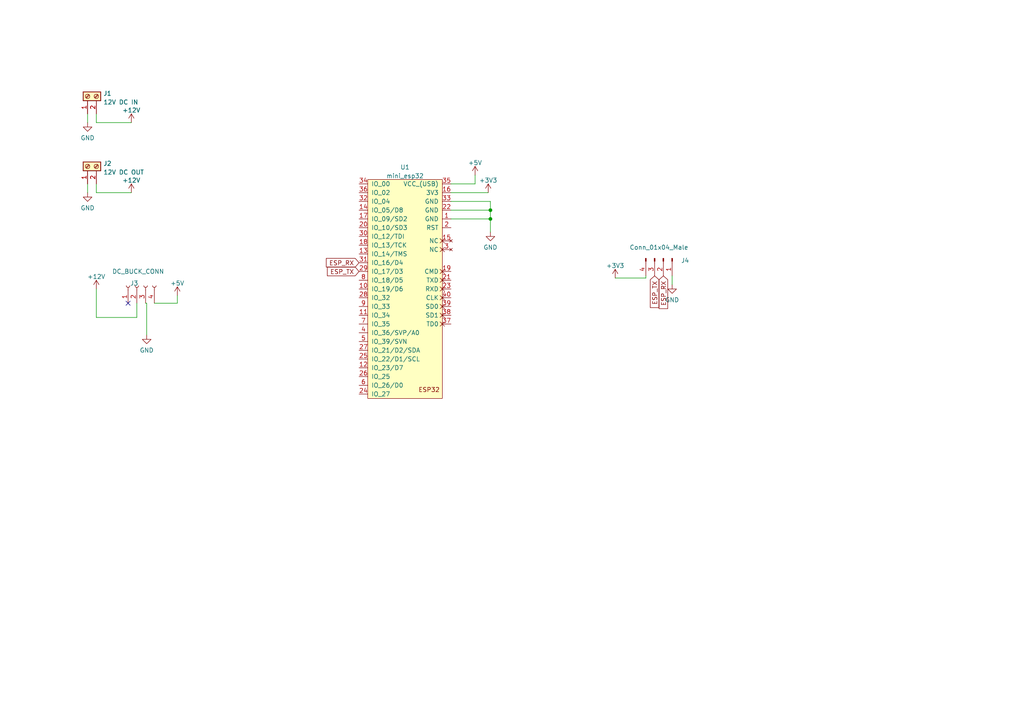
<source format=kicad_sch>
(kicad_sch (version 20211123) (generator eeschema)
  (paper "A4")
  (lib_symbols
    (symbol "Connector:Conn_01x04_Female" (pin_names (offset 1.016) hide)
      (property "Reference" "J" (at 0 5.08 0))
      (property "Value" "Conn_01x04_Female" (at 0 -7.62 0))
      (symbol "Conn_01x04_Female_1_1"
        (arc (start 0 -4.572) (mid -0.508 -5.08) (end 0 -5.588) (stroke (width 0.1524)))
        (arc (start 0 -2.032) (mid -0.508 -2.54) (end 0 -3.048) (stroke (width 0.1524)))
        (polyline (pts (xy -1.27 -5.08) (xy -0.508 -5.08)) (stroke (width 0.1524)))
        (polyline (pts (xy -1.27 -2.54) (xy -0.508 -2.54)) (stroke (width 0.1524)))
        (polyline (pts (xy -1.27 0) (xy -0.508 0)) (stroke (width 0.1524)))
        (polyline (pts (xy -1.27 2.54) (xy -0.508 2.54)) (stroke (width 0.1524)))
        (arc (start 0 0.508) (mid -0.508 0) (end 0 -0.508) (stroke (width 0.1524)))
        (arc (start 0 3.048) (mid -0.508 2.54) (end 0 2.032) (stroke (width 0.1524)))
        (pin passive line (at -5.08 2.54 0) (length 3.81) (name "Pin_1") (number "1"))
        (pin passive line (at -5.08 0 0) (length 3.81) (name "Pin_2") (number "2"))
        (pin passive line (at -5.08 -2.54 0) (length 3.81) (name "Pin_3") (number "3"))
        (pin passive line (at -5.08 -5.08 0) (length 3.81) (name "Pin_4") (number "4"))
      )
    )
    (symbol "Connector:Conn_01x04_Male" (pin_names (offset 1.016) hide)
      (property "Reference" "J" (at 0 5.08 0))
      (property "Value" "Conn_01x04_Male" (at 0 -7.62 0))
      (symbol "Conn_01x04_Male_1_1"
        (polyline (pts (xy 1.27 -5.08) (xy 0.8636 -5.08)) (stroke (width 0.1524)))
        (polyline (pts (xy 1.27 -2.54) (xy 0.8636 -2.54)) (stroke (width 0.1524)))
        (polyline (pts (xy 1.27 0) (xy 0.8636 0)) (stroke (width 0.1524)))
        (polyline (pts (xy 1.27 2.54) (xy 0.8636 2.54)) (stroke (width 0.1524)))
        (rectangle (start 0.8636 -4.953) (end 0 -5.207) (stroke (width 0.1524)) (fill (type outline)))
        (rectangle (start 0.8636 -2.413) (end 0 -2.667) (stroke (width 0.1524)) (fill (type outline)))
        (rectangle (start 0.8636 0.127) (end 0 -0.127) (stroke (width 0.1524)) (fill (type outline)))
        (rectangle (start 0.8636 2.667) (end 0 2.413) (stroke (width 0.1524)) (fill (type outline)))
        (pin passive line (at 5.08 2.54 180) (length 3.81) (name "Pin_1") (number "1"))
        (pin passive line (at 5.08 0 180) (length 3.81) (name "Pin_2") (number "2"))
        (pin passive line (at 5.08 -2.54 180) (length 3.81) (name "Pin_3") (number "3"))
        (pin passive line (at 5.08 -5.08 180) (length 3.81) (name "Pin_4") (number "4"))
      )
    )
    (symbol "Connector:Screw_Terminal_01x02" (pin_names (offset 1.016) hide)
      (property "Reference" "J" (at 0 2.54 0))
      (property "Value" "Screw_Terminal_01x02" (at 0 -5.08 0))
      (symbol "Screw_Terminal_01x02_1_1"
        (rectangle (start -1.27 1.27) (end 1.27 -3.81) (stroke (width 0.254)) (fill (type background)))
        (circle (center 0 -2.54) (radius 0.635) (stroke (width 0.1524)))
        (polyline (pts (xy -0.5334 -2.2098) (xy 0.3302 -3.048)) (stroke (width 0.1524)))
        (polyline (pts (xy -0.5334 0.3302) (xy 0.3302 -0.508)) (stroke (width 0.1524)))
        (polyline (pts (xy -0.3556 -2.032) (xy 0.508 -2.8702)) (stroke (width 0.1524)))
        (polyline (pts (xy -0.3556 0.508) (xy 0.508 -0.3302)) (stroke (width 0.1524)))
        (circle (center 0 0) (radius 0.635) (stroke (width 0.1524)))
        (pin passive line (at -5.08 0 0) (length 3.81) (name "Pin_1") (number "1"))
        (pin passive line (at -5.08 -2.54 0) (length 3.81) (name "Pin_2") (number "2"))
      )
    )
    (symbol "ESP32_mini:mini_esp32" (pin_names (offset 1.016))
      (property "Reference" "U" (at -7.62 -50.8 0))
      (property "Value" "mini_esp32" (at 5.08 -59.69 0))
      (symbol "mini_esp32_0_0"
        (text "ESP32" (at 7.62 -62.23 0) (effects (font (size 1.27 1.27))))
        (pin power_in line (at 13.97 -12.7 180) (length 2.54) (name "GND") (number "1"))
        (pin input line (at 13.97 -15.24 180) (length 2.54) (name "RST") (number "2"))
        (pin no_connect non_logic (at 13.97 -21.59 180) (length 2.54) (name "NC") (number "3"))
        (pin bidirectional line (at -12.7 -45.72 0) (length 2.54) (name "IO_36/SVP/A0") (number "4"))
        (pin bidirectional line (at -12.7 -48.26 0) (length 2.54) (name "IO_39/SVN") (number "5"))
      )
      (symbol "mini_esp32_0_1"
        (rectangle (start -10.16 -1.27) (end 11.43 -64.77) (fill (type background)))
      )
      (symbol "mini_esp32_1_1"
        (pin bidirectional line (at -12.7 -33.02 0) (length 2.54) (name "IO_19/D6") (number "10"))
        (pin bidirectional line (at -12.7 -40.64 0) (length 2.54) (name "IO_34") (number "11"))
        (pin bidirectional line (at -12.7 -55.88 0) (length 2.54) (name "IO_23/D7") (number "12"))
        (pin bidirectional line (at -12.7 -22.86 0) (length 2.54) (name "IO_14/TMS") (number "13"))
        (pin bidirectional line (at -12.7 -10.16 0) (length 2.54) (name "IO_05/D8") (number "14"))
        (pin no_connect non_logic (at 13.97 -19.05 180) (length 2.54) (name "NC") (number "15"))
        (pin power_in line (at 13.97 -5.08 180) (length 2.54) (name "3V3") (number "16"))
        (pin bidirectional line (at -12.7 -12.7 0) (length 2.54) (name "IO_09/SD2") (number "17"))
        (pin bidirectional line (at -12.7 -20.32 0) (length 2.54) (name "IO_13/TCK") (number "18"))
        (pin passive non_logic (at 13.97 -27.94 180) (length 2.54) (name "CMD") (number "19"))
        (pin bidirectional line (at -12.7 -15.24 0) (length 2.54) (name "IO_10/SD3") (number "20"))
        (pin passive non_logic (at 13.97 -30.48 180) (length 2.54) (name "TXD") (number "21"))
        (pin power_in line (at 13.97 -10.16 180) (length 2.54) (name "GND") (number "22"))
        (pin passive non_logic (at 13.97 -33.02 180) (length 2.54) (name "RXD") (number "23"))
        (pin bidirectional line (at -12.7 -63.5 0) (length 2.54) (name "IO_27") (number "24"))
        (pin bidirectional line (at -12.7 -53.34 0) (length 2.54) (name "IO_22/D1/SCL") (number "25"))
        (pin bidirectional line (at -12.7 -58.42 0) (length 2.54) (name "IO_25") (number "26"))
        (pin bidirectional line (at -12.7 -50.8 0) (length 2.54) (name "IO_21/D2/SDA") (number "27"))
        (pin bidirectional line (at -12.7 -35.56 0) (length 2.54) (name "IO_32") (number "28"))
        (pin bidirectional line (at -12.7 -27.94 0) (length 2.54) (name "IO_17/D3") (number "29"))
        (pin bidirectional line (at -12.7 -17.78 0) (length 2.54) (name "IO_12/TDI") (number "30"))
        (pin bidirectional line (at -12.7 -25.4 0) (length 2.54) (name "IO_16/D4") (number "31"))
        (pin bidirectional line (at -12.7 -7.62 0) (length 2.54) (name "IO_04") (number "32"))
        (pin power_in line (at 13.97 -7.62 180) (length 2.54) (name "GND") (number "33"))
        (pin bidirectional line (at -12.7 -2.54 0) (length 2.54) (name "IO_00") (number "34"))
        (pin power_in line (at 13.97 -2.54 180) (length 2.54) (name "VCC_(USB)") (number "35"))
        (pin bidirectional line (at -12.7 -5.08 0) (length 2.54) (name "IO_02") (number "36"))
        (pin passive non_logic (at 13.97 -43.18 180) (length 2.54) (name "TD0") (number "37"))
        (pin passive non_logic (at 13.97 -40.64 180) (length 2.54) (name "SD1") (number "38"))
        (pin passive non_logic (at 13.97 -38.1 180) (length 2.54) (name "SD0") (number "39"))
        (pin passive non_logic (at 13.97 -35.56 180) (length 2.54) (name "CLK") (number "40"))
        (pin bidirectional line (at -12.7 -60.96 0) (length 2.54) (name "IO_26/D0") (number "6"))
        (pin bidirectional line (at -12.7 -43.18 0) (length 2.54) (name "IO_35") (number "7"))
        (pin bidirectional line (at -12.7 -30.48 0) (length 2.54) (name "IO_18/D5") (number "8"))
        (pin bidirectional line (at -12.7 -38.1 0) (length 2.54) (name "IO_33") (number "9"))
      )
    )
    (symbol "power:+12V" (power) (pin_names (offset 0))
      (property "Value" "+12V" (at 0 3.556 0))
      (symbol "+12V_0_1"
        (polyline (pts (xy -0.762 1.27) (xy 0 2.54)))
        (polyline (pts (xy 0 0) (xy 0 2.54)))
        (polyline (pts (xy 0 2.54) (xy 0.762 1.27)))
      )
      (symbol "+12V_1_1"
        (pin power_in line (at 0 0 90) (length 0) hide (name "+12V") (number "1"))
      )
    )
    (symbol "power:+3.3V" (power) (pin_names (offset 0))
      (property "Value" "+3.3V" (at 0 3.556 0))
      (symbol "+3.3V_0_1"
        (polyline (pts (xy -0.762 1.27) (xy 0 2.54)))
        (polyline (pts (xy 0 0) (xy 0 2.54)))
        (polyline (pts (xy 0 2.54) (xy 0.762 1.27)))
      )
      (symbol "+3.3V_1_1"
        (pin power_in line (at 0 0 90) (length 0) hide (name "+3V3") (number "1"))
      )
    )
    (symbol "power:+5V" (power) (pin_names (offset 0))
      (property "Value" "+5V" (at 0 3.556 0))
      (symbol "+5V_0_1"
        (polyline (pts (xy -0.762 1.27) (xy 0 2.54)))
        (polyline (pts (xy 0 0) (xy 0 2.54)))
        (polyline (pts (xy 0 2.54) (xy 0.762 1.27)))
      )
      (symbol "+5V_1_1"
        (pin power_in line (at 0 0 90) (length 0) hide (name "+5V") (number "1"))
      )
    )
    (symbol "power:GND" (power) (pin_names (offset 0))
      (property "Value" "GND" (at 0 -3.81 0))
      (symbol "GND_0_1"
        (polyline (pts (xy 0 0) (xy 0 -1.27) (xy 1.27 -1.27) (xy 0 -2.54) (xy -1.27 -1.27) (xy 0 -1.27)))
      )
      (symbol "GND_1_1"
        (pin power_in line (at 0 0 270) (length 0) hide (name "GND") (number "1"))
      )
    )
  )
  (junction (at 142.24 63.5))
  (junction (at 142.24 60.96))
  (no_connect (at 37.1475 87.9475))
  (wire (pts (xy 130.81 53.34) (xy 137.795 53.34)))
  (wire (pts (xy 142.24 58.42) (xy 142.24 60.96)))
  (wire (pts (xy 142.24 60.96) (xy 142.24 63.5)))
  (wire (pts (xy 130.81 55.88) (xy 141.605 55.88)))
  (wire (pts (xy 27.94 35.56) (xy 38.1 35.56)))
  (wire (pts (xy 25.4 33.02) (xy 25.4 35.56)))
  (wire (pts (xy 137.795 53.34) (xy 137.795 50.8)))
  (wire (pts (xy 130.81 63.5) (xy 142.24 63.5)))
  (wire (pts (xy 25.4 53.34) (xy 25.4 55.88)))
  (wire (pts (xy 142.24 63.5) (xy 142.24 67.31)))
  (wire (pts (xy 44.7675 87.9475) (xy 51.435 87.9475)))
  (wire (pts (xy 130.81 58.42) (xy 142.24 58.42)))
  (wire (pts (xy 130.81 60.96) (xy 142.24 60.96)))
  (wire (pts (xy 51.435 87.9475) (xy 51.435 85.725)))
  (wire (pts (xy 187.325 80.645) (xy 187.325 80.01)))
  (wire (pts (xy 42.545 87.9475) (xy 42.2275 87.9475)))
  (wire (pts (xy 27.94 92.075) (xy 39.6875 92.075)))
  (wire (pts (xy 27.94 33.02) (xy 27.94 35.56)))
  (wire (pts (xy 27.94 53.34) (xy 27.94 55.88)))
  (wire (pts (xy 178.435 80.645) (xy 187.325 80.645)))
  (wire (pts (xy 194.945 80.01) (xy 194.945 82.55)))
  (wire (pts (xy 39.6875 92.075) (xy 39.6875 87.9475)))
  (wire (pts (xy 27.94 55.88) (xy 38.1 55.88)))
  (wire (pts (xy 42.545 97.155) (xy 42.545 87.9475)))
  (wire (pts (xy 27.94 83.82) (xy 27.94 92.075)))
  (global_label "ESP_RX" (shape input) (at 104.14 76.2 180) (property "Intersheet References" "${INTERSHEET_REFS}" (effects hide)))
  (global_label "ESP_RX" (shape input) (at 192.405 80.01 270) (property "Intersheet References" "${INTERSHEET_REFS}" (effects hide)))
  (global_label "ESP_TX" (shape input) (at 104.14 78.74 180) (property "Intersheet References" "${INTERSHEET_REFS}" (effects hide)))
  (global_label "ESP_TX" (shape input) (at 189.865 80.01 270) (property "Intersheet References" "${INTERSHEET_REFS}" (effects hide)))
  (symbol (lib_id "ESP32_mini:mini_esp32") (at 116.84 50.8 0) (unit 1)
    (property "Reference" "U1" (at 117.475 48.4972 0))
    (property "Value" "mini_esp32" (at 117.475 51.0341 0))
    (property "Footprint" "ESP32_mini:ESP32_mini" (effects hide))
  )
  (symbol (lib_id "Connector:Conn_01x04_Female") (at 39.6875 82.8675 90) (unit 1)
    (property "Reference" "J3" (at 40.1228 82.1563 90) (effects (justify left)))
    (property "Value" "DC_BUCK_CONN" (at 47.625 78.74 90) (effects (justify left)))
    (property "Footprint" "Connector_PinSocket_2.54mm:PinSocket_1x04_P2.54mm_Vertical" (effects hide))
  )
  (symbol (lib_id "power:GND") (at 42.545 97.155 0) (unit 1)
    (property "Reference" "#PWR0107" (effects hide))
    (property "Value" "GND" (at 42.545 101.5984 0))
  )
  (symbol (lib_id "power:+12V") (at 38.1 35.56 0) (unit 1)
    (property "Reference" "#PWR0105" (effects hide))
    (property "Value" "+12V" (at 38.1 31.9842 0))
  )
  (symbol (lib_id "power:GND") (at 25.4 55.88 0) (unit 1)
    (property "Reference" "#PWR0101" (effects hide))
    (property "Value" "GND" (at 25.4 60.3234 0))
  )
  (symbol (lib_id "Connector:Screw_Terminal_01x02") (at 25.4 48.26 90) (unit 1)
    (property "Reference" "J2" (at 29.972 47.4253 90) (effects (justify right)))
    (property "Value" "12V DC OUT" (at 29.972 49.9622 90) (effects (justify right)))
    (property "Footprint" "TerminalBlock:TerminalBlock_bornier-2_P5.08mm" (effects hide))
  )
  (symbol (lib_id "power:GND") (at 142.24 67.31 0) (unit 1)
    (property "Reference" "#PWR0110" (effects hide))
    (property "Value" "GND" (at 142.24 71.7534 0))
  )
  (symbol (lib_id "power:+12V") (at 38.1 55.88 0) (unit 1)
    (property "Reference" "#PWR0103" (effects hide))
    (property "Value" "+12V" (at 38.1 52.3042 0))
  )
  (symbol (lib_id "power:+12V") (at 27.94 83.82 0) (unit 1)
    (property "Reference" "#PWR0102" (effects hide))
    (property "Value" "+12V" (at 27.94 80.2442 0))
  )
  (symbol (lib_id "power:+3.3V") (at 141.605 55.88 0) (unit 1)
    (property "Reference" "#PWR0109" (effects hide))
    (property "Value" "+3.3V" (at 141.605 52.3042 0))
  )
  (symbol (lib_id "power:+5V") (at 51.435 85.725 0) (unit 1)
    (property "Reference" "#PWR0106" (effects hide))
    (property "Value" "+5V" (at 51.435 82.1492 0))
  )
  (symbol (lib_id "power:+3.3V") (at 178.435 80.645 0) (unit 1)
    (property "Reference" "#PWR0111" (effects hide))
    (property "Value" "+3.3V" (at 178.435 77.0692 0))
  )
  (symbol (lib_id "Connector:Conn_01x04_Male") (at 192.405 74.93 270) (unit 1)
    (property "Reference" "J4" (at 198.721 75.565 90))
    (property "Value" "Conn_01x04_Male" (at 191.135 71.755 90))
    (property "Footprint" "Connector_PinHeader_2.54mm:PinHeader_1x04_P2.54mm_Vertical" (effects hide))
  )
  (symbol (lib_id "power:GND") (at 25.4 35.56 0) (unit 1)
    (property "Reference" "#PWR0104" (effects hide))
    (property "Value" "GND" (at 25.4 40.0034 0))
  )
  (symbol (lib_id "power:+5V") (at 137.795 50.8 0) (unit 1)
    (property "Reference" "#PWR0108" (effects hide))
    (property "Value" "+5V" (at 137.795 47.2242 0))
  )
  (symbol (lib_id "Connector:Screw_Terminal_01x02") (at 25.4 27.94 90) (unit 1)
    (property "Reference" "J1" (at 29.972 27.1053 90) (effects (justify right)))
    (property "Value" "12V DC IN" (at 29.972 29.6422 90) (effects (justify right)))
    (property "Footprint" "TerminalBlock:TerminalBlock_bornier-2_P5.08mm" (effects hide))
  )
  (symbol (lib_id "power:GND") (at 194.945 82.55 0) (unit 1)
    (property "Reference" "#PWR0112" (effects hide))
    (property "Value" "GND" (at 194.945 86.9934 0))
  )
)
</source>
